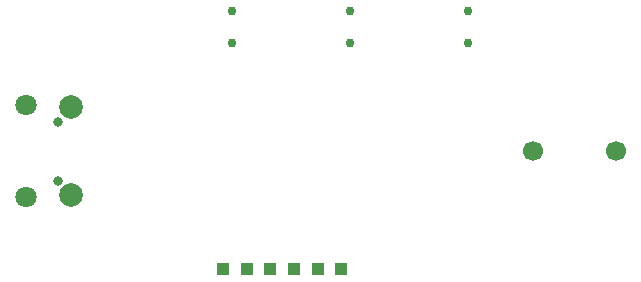
<source format=gbr>
%TF.GenerationSoftware,KiCad,Pcbnew,(6.0.0)*%
%TF.CreationDate,2022-01-19T15:31:05-06:00*%
%TF.ProjectId,microkfd,6d696372-6f6b-4666-942e-6b696361645f,C*%
%TF.SameCoordinates,Original*%
%TF.FileFunction,Soldermask,Bot*%
%TF.FilePolarity,Negative*%
%FSLAX46Y46*%
G04 Gerber Fmt 4.6, Leading zero omitted, Abs format (unit mm)*
G04 Created by KiCad (PCBNEW (6.0.0)) date 2022-01-19 15:31:05*
%MOMM*%
%LPD*%
G01*
G04 APERTURE LIST*
%ADD10C,1.700000*%
%ADD11C,0.750000*%
%ADD12C,0.800000*%
%ADD13C,2.000000*%
%ADD14C,1.800000*%
%ADD15R,1.000000X1.000000*%
G04 APERTURE END LIST*
D10*
%TO.C,J2*%
X135500000Y-100000000D03*
X142500000Y-100000000D03*
%TD*%
D11*
%TO.C,SW2*%
X110000000Y-88125000D03*
X110000000Y-90875000D03*
%TD*%
%TO.C,SW3*%
X120000000Y-88125000D03*
X120000000Y-90875000D03*
%TD*%
%TO.C,SW4*%
X130000000Y-90875000D03*
X130000000Y-88125000D03*
%TD*%
D12*
%TO.C,J1*%
X95300000Y-102500000D03*
X95300000Y-97500000D03*
D13*
X96350000Y-96275000D03*
X96350000Y-103725000D03*
D14*
X92550000Y-96125000D03*
X92550000Y-103875000D03*
%TD*%
D15*
%TO.C,TP1*%
X113250000Y-110000000D03*
%TD*%
%TO.C,TP2*%
X115250000Y-110000000D03*
%TD*%
%TO.C,TP3*%
X111250000Y-110000000D03*
%TD*%
%TO.C,TP4*%
X117250000Y-110000000D03*
%TD*%
%TO.C,TP5*%
X109250000Y-110000000D03*
%TD*%
%TO.C,TP6*%
X119250000Y-110000000D03*
%TD*%
M02*

</source>
